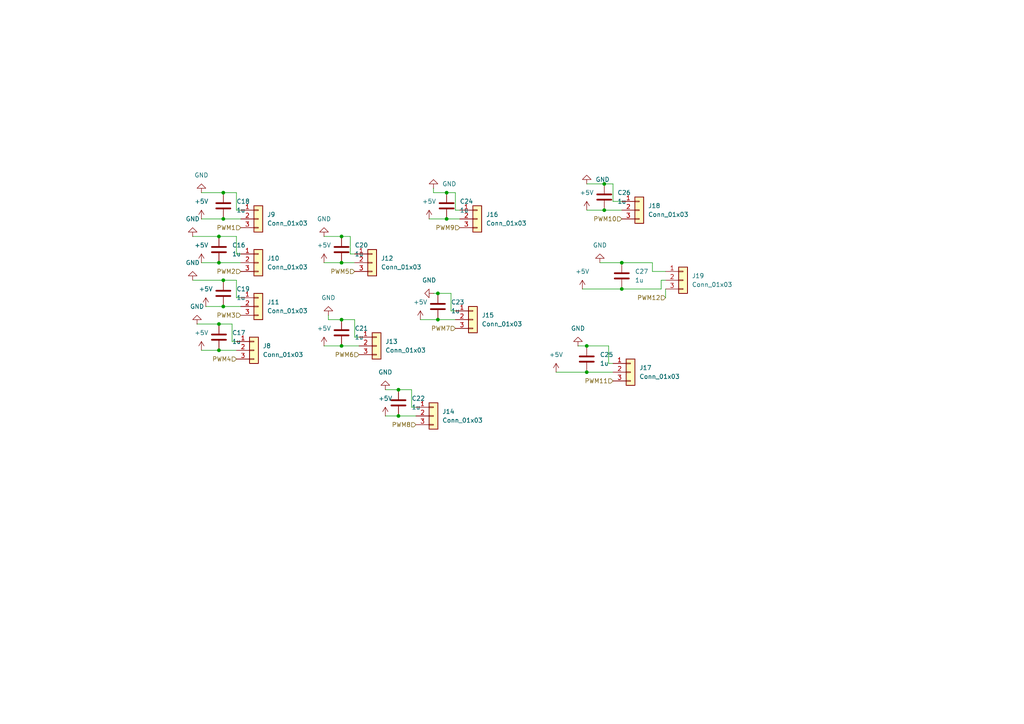
<source format=kicad_sch>
(kicad_sch (version 20250114) (generator "eeschema") (generator_version "9.0")
  (paper "A4")
  (lib_symbols
    (symbol "Connector_Generic:Conn_01x03" (pin_names (offset 1.016) (hide yes))
      (property "Reference" "J" (at 0 5.08 0))
      (property "Value" "Conn_01x03" (at 0 -5.08 0))
      (symbol "Conn_01x03_1_1"
        (rectangle (start -1.27 3.81) (end 1.27 -3.81) (stroke (width 0.254)) (fill (type background)))
        (rectangle (start -1.27 2.667) (end 0 2.413) (stroke (width 0.1524)))
        (rectangle (start -1.27 0.127) (end 0 -0.127) (stroke (width 0.1524)))
        (rectangle (start -1.27 -2.413) (end 0 -2.667) (stroke (width 0.1524)))
        (pin passive line (at -5.08 2.54 0) (length 3.81) (name "Pin_1") (number "1"))
        (pin passive line (at -5.08 0 0) (length 3.81) (name "Pin_2") (number "2"))
        (pin passive line (at -5.08 -2.54 0) (length 3.81) (name "Pin_3") (number "3"))
      )
    )
    (symbol "Device:C" (pin_numbers (hide yes)) (pin_names (offset 0.254))
      (property "Reference" "C" (at 0.635 2.54 0))
      (property "Value" "C" (at 0.635 -2.54 0))
      (symbol "C_0_1"
        (polyline (pts (xy -2.032 0.762) (xy 2.032 0.762)) (stroke (width 0.508)))
        (polyline (pts (xy -2.032 -0.762) (xy 2.032 -0.762)) (stroke (width 0.508)))
      )
      (symbol "C_1_1"
        (pin passive line (at 0 3.81 270) (length 2.794) (name "~") (number "1"))
        (pin passive line (at 0 -3.81 90) (length 2.794) (name "~") (number "2"))
      )
    )
    (symbol "power:+5V" (power) (pin_numbers (hide yes)) (pin_names (offset 0) (hide yes))
      (property "Value" "+5V" (at 0 3.556 0))
      (symbol "+5V_0_1"
        (polyline (pts (xy -0.762 1.27) (xy 0 2.54)))
        (polyline (pts (xy 0 2.54) (xy 0.762 1.27)))
        (polyline (pts (xy 0 0) (xy 0 2.54)))
      )
      (symbol "+5V_1_1"
        (pin power_in line (at 0 0 90) (length 0) (name "~") (number "1"))
      )
    )
    (symbol "power:GND" (power) (pin_numbers (hide yes)) (pin_names (offset 0) (hide yes))
      (property "Value" "GND" (at 0 -3.81 0))
      (symbol "GND_0_1"
        (polyline (pts (xy 0 0) (xy 0 -1.27) (xy 1.27 -1.27) (xy 0 -2.54) (xy -1.27 -1.27) (xy 0 -1.27)))
      )
      (symbol "GND_1_1"
        (pin power_in line (at 0 0 270) (length 0) (name "~") (number "1"))
      )
    )
  )
  (junction (at 115.57 120.65))
  (junction (at 99.06 76.2))
  (junction (at 64.77 55.88))
  (junction (at 64.77 81.28))
  (junction (at 99.06 68.58))
  (junction (at 170.18 107.95))
  (junction (at 63.5 101.6))
  (junction (at 63.5 68.58))
  (junction (at 180.34 76.2))
  (junction (at 127 85.09))
  (junction (at 99.06 100.33))
  (junction (at 63.5 76.2))
  (junction (at 63.5 93.98))
  (junction (at 129.54 63.5))
  (junction (at 64.77 63.5))
  (junction (at 129.54 55.88))
  (junction (at 64.77 88.9))
  (junction (at 175.26 60.96))
  (junction (at 175.26 53.34))
  (junction (at 99.06 92.71))
  (junction (at 170.18 100.33))
  (junction (at 127 92.71))
  (junction (at 180.34 83.82))
  (junction (at 115.57 113.03))
  (wire (pts (xy 64.77 88.9) (xy 69.85 88.9)))
  (wire (pts (xy 101.6 68.58) (xy 101.6 73.66)))
  (wire (pts (xy 63.5 101.6) (xy 68.58 101.6)))
  (wire (pts (xy 175.26 53.34) (xy 177.8 53.34)))
  (wire (pts (xy 167.64 100.33) (xy 170.18 100.33)))
  (wire (pts (xy 130.81 85.09) (xy 130.81 90.17)))
  (wire (pts (xy 68.58 73.66) (xy 69.85 73.66)))
  (wire (pts (xy 58.42 63.5) (xy 64.77 63.5)))
  (wire (pts (xy 68.58 60.96) (xy 69.85 60.96)))
  (wire (pts (xy 170.18 100.33) (xy 176.53 100.33)))
  (wire (pts (xy 99.06 100.33) (xy 104.14 100.33)))
  (wire (pts (xy 125.73 55.88) (xy 125.73 54.61)))
  (wire (pts (xy 191.77 83.82) (xy 180.34 83.82)))
  (wire (pts (xy 68.58 81.28) (xy 68.58 86.36)))
  (wire (pts (xy 55.88 81.28) (xy 64.77 81.28)))
  (wire (pts (xy 176.53 100.33) (xy 176.53 105.41)))
  (wire (pts (xy 99.06 92.71) (xy 102.87 92.71)))
  (wire (pts (xy 68.58 86.36) (xy 69.85 86.36)))
  (wire (pts (xy 175.26 60.96) (xy 180.34 60.96)))
  (wire (pts (xy 115.57 120.65) (xy 120.65 120.65)))
  (wire (pts (xy 58.42 76.2) (xy 63.5 76.2)))
  (wire (pts (xy 191.77 81.28) (xy 191.77 83.82)))
  (wire (pts (xy 189.23 78.74) (xy 193.04 78.74)))
  (wire (pts (xy 173.99 76.2) (xy 180.34 76.2)))
  (wire (pts (xy 102.87 92.71) (xy 102.87 97.79)))
  (wire (pts (xy 63.5 68.58) (xy 68.58 68.58)))
  (wire (pts (xy 93.98 68.58) (xy 99.06 68.58)))
  (wire (pts (xy 63.5 76.2) (xy 69.85 76.2)))
  (wire (pts (xy 63.5 93.98) (xy 67.31 93.98)))
  (wire (pts (xy 127 85.09) (xy 130.81 85.09)))
  (wire (pts (xy 57.15 93.98) (xy 63.5 93.98)))
  (wire (pts (xy 99.06 76.2) (xy 102.87 76.2)))
  (wire (pts (xy 177.8 58.42) (xy 180.34 58.42)))
  (wire (pts (xy 119.38 113.03) (xy 119.38 118.11)))
  (wire (pts (xy 55.88 68.58) (xy 63.5 68.58)))
  (wire (pts (xy 180.34 76.2) (xy 189.23 76.2)))
  (wire (pts (xy 93.98 76.2) (xy 99.06 76.2)))
  (wire (pts (xy 189.23 76.2) (xy 189.23 78.74)))
  (wire (pts (xy 64.77 81.28) (xy 68.58 81.28)))
  (wire (pts (xy 67.31 93.98) (xy 67.31 99.06)))
  (wire (pts (xy 161.29 107.95) (xy 170.18 107.95)))
  (wire (pts (xy 99.06 68.58) (xy 101.6 68.58)))
  (wire (pts (xy 130.81 90.17) (xy 132.08 90.17)))
  (wire (pts (xy 170.18 60.96) (xy 175.26 60.96)))
  (wire (pts (xy 95.25 92.71) (xy 99.06 92.71)))
  (wire (pts (xy 132.08 55.88) (xy 132.08 60.96)))
  (wire (pts (xy 93.98 100.33) (xy 99.06 100.33)))
  (wire (pts (xy 125.73 85.09) (xy 127 85.09)))
  (wire (pts (xy 58.42 55.88) (xy 64.77 55.88)))
  (wire (pts (xy 193.04 83.82) (xy 193.04 86.36)))
  (wire (pts (xy 127 92.71) (xy 132.08 92.71)))
  (wire (pts (xy 59.69 88.9) (xy 64.77 88.9)))
  (wire (pts (xy 168.91 83.82) (xy 180.34 83.82)))
  (wire (pts (xy 170.18 53.34) (xy 175.26 53.34)))
  (wire (pts (xy 64.77 55.88) (xy 68.58 55.88)))
  (wire (pts (xy 68.58 68.58) (xy 68.58 73.66)))
  (wire (pts (xy 111.76 120.65) (xy 115.57 120.65)))
  (wire (pts (xy 119.38 118.11) (xy 120.65 118.11)))
  (wire (pts (xy 129.54 55.88) (xy 125.73 55.88)))
  (wire (pts (xy 129.54 55.88) (xy 132.08 55.88)))
  (wire (pts (xy 129.54 63.5) (xy 133.35 63.5)))
  (wire (pts (xy 58.42 101.6) (xy 63.5 101.6)))
  (wire (pts (xy 64.77 63.5) (xy 69.85 63.5)))
  (wire (pts (xy 95.25 92.71) (xy 95.25 91.44)))
  (wire (pts (xy 121.92 92.71) (xy 127 92.71)))
  (wire (pts (xy 67.31 99.06) (xy 68.58 99.06)))
  (wire (pts (xy 101.6 73.66) (xy 102.87 73.66)))
  (wire (pts (xy 115.57 113.03) (xy 119.38 113.03)))
  (wire (pts (xy 102.87 97.79) (xy 104.14 97.79)))
  (wire (pts (xy 124.46 63.5) (xy 129.54 63.5)))
  (wire (pts (xy 68.58 55.88) (xy 68.58 60.96)))
  (wire (pts (xy 111.76 113.03) (xy 115.57 113.03)))
  (wire (pts (xy 191.77 81.28) (xy 193.04 81.28)))
  (wire (pts (xy 170.18 107.95) (xy 177.8 107.95)))
  (wire (pts (xy 132.08 60.96) (xy 133.35 60.96)))
  (wire (pts (xy 177.8 53.34) (xy 177.8 58.42)))
  (wire (pts (xy 176.53 105.41) (xy 177.8 105.41)))
  (hierarchical_label "PWM10" (shape input) (at 180.34 63.5 180))
  (hierarchical_label "PWM4" (shape input) (at 68.58 104.14 180))
  (hierarchical_label "PWM8" (shape input) (at 120.65 123.19 180))
  (hierarchical_label "PWM12" (shape input) (at 193.04 86.36 180))
  (hierarchical_label "PWM6" (shape input) (at 104.14 102.87 180))
  (hierarchical_label "PWM1" (shape input) (at 69.85 66.04 180))
  (hierarchical_label "PWM2" (shape input) (at 69.85 78.74 180))
  (hierarchical_label "PWM11" (shape input) (at 177.8 110.49 180))
  (hierarchical_label "PWM3" (shape input) (at 69.85 91.44 180))
  (hierarchical_label "PWM7" (shape input) (at 132.08 95.25 180))
  (hierarchical_label "PWM9" (shape input) (at 133.35 66.04 180))
  (hierarchical_label "PWM5" (shape input) (at 102.87 78.74 180))
  (symbol (lib_id "Connector_Generic:Conn_01x03") (at 182.88 107.95 0) (unit 1)
    (property "Reference" "J17" (at 185.42 106.6799 0) (effects (justify left)))
    (property "Value" "Conn_01x03" (at 185.42 109.2199 0) (effects (justify left)))
    (property "Footprint" "Connector_JST:JST_EH_B3B-EH-A_1x03_P2.50mm_Vertical" (effects (hide yes)))
    (property "Description" "Generic connector, single row, 01x03, script generated (kicad-library-utils/schlib/autogen/connector/)" (effects (hide yes)))
  )
  (symbol (lib_id "Device:C") (at 175.26 57.15 0) (unit 1)
    (property "Reference" "C26" (at 179.07 55.8799 0) (effects (justify left)))
    (property "Value" "1u" (at 179.07 58.4199 0) (effects (justify left)))
    (property "Footprint" "Capacitor_SMD:C_0603_1608Metric" (effects (hide yes)))
    (property "Description" "Unpolarized capacitor" (effects (hide yes)))
  )
  (symbol (lib_id "power:GND") (at 170.18 53.34 180) (unit 1)
    (property "Reference" "#PWR039" (effects (hide yes)))
    (property "Value" "GND" (at 172.72 52.0699 0) (effects (justify right)))
    (property "Description" "Power symbol creates a global label with name \"GND\" , ground" (effects (hide yes)))
  )
  (symbol (lib_id "power:GND") (at 57.15 93.98 180) (unit 1)
    (property "Reference" "#PWR020" (effects (hide yes)))
    (property "Value" "GND" (at 57.15 88.9 0))
    (property "Description" "Power symbol creates a global label with name \"GND\" , ground" (effects (hide yes)))
  )
  (symbol (lib_id "power:+5V") (at 161.29 107.95 0) (unit 1)
    (property "Reference" "#PWR036" (effects (hide yes)))
    (property "Value" "+5V" (at 161.29 102.87 0))
    (property "Description" "Power symbol creates a global label with name \"+5V\"" (effects (hide yes)))
  )
  (symbol (lib_id "Connector_Generic:Conn_01x03") (at 73.66 101.6 0) (unit 1)
    (property "Reference" "J8" (at 76.2 100.3299 0) (effects (justify left)))
    (property "Value" "Conn_01x03" (at 76.2 102.8699 0) (effects (justify left)))
    (property "Footprint" "Connector_JST:JST_EH_B3B-EH-A_1x03_P2.50mm_Vertical" (effects (hide yes)))
    (property "Description" "Generic connector, single row, 01x03, script generated (kicad-library-utils/schlib/autogen/connector/)" (effects (hide yes)))
  )
  (symbol (lib_id "power:GND") (at 111.76 113.03 180) (unit 1)
    (property "Reference" "#PWR030" (effects (hide yes)))
    (property "Value" "GND" (at 111.76 107.95 0))
    (property "Description" "Power symbol creates a global label with name \"GND\" , ground" (effects (hide yes)))
  )
  (symbol (lib_id "Connector_Generic:Conn_01x03") (at 74.93 88.9 0) (unit 1)
    (property "Reference" "J11" (at 77.47 87.6299 0) (effects (justify left)))
    (property "Value" "Conn_01x03" (at 77.47 90.1699 0) (effects (justify left)))
    (property "Footprint" "Connector_JST:JST_EH_B3B-EH-A_1x03_P2.50mm_Vertical" (effects (hide yes)))
    (property "Description" "Generic connector, single row, 01x03, script generated (kicad-library-utils/schlib/autogen/connector/)" (effects (hide yes)))
  )
  (symbol (lib_id "Connector_Generic:Conn_01x03") (at 125.73 120.65 0) (unit 1)
    (property "Reference" "J14" (at 128.27 119.3799 0) (effects (justify left)))
    (property "Value" "Conn_01x03" (at 128.27 121.9199 0) (effects (justify left)))
    (property "Footprint" "Connector_JST:JST_EH_B3B-EH-A_1x03_P2.50mm_Vertical" (effects (hide yes)))
    (property "Description" "Generic connector, single row, 01x03, script generated (kicad-library-utils/schlib/autogen/connector/)" (effects (hide yes)))
  )
  (symbol (lib_id "power:+5V") (at 124.46 63.5 0) (unit 1)
    (property "Reference" "#PWR033" (effects (hide yes)))
    (property "Value" "+5V" (at 124.46 58.42 0))
    (property "Description" "Power symbol creates a global label with name \"+5V\"" (effects (hide yes)))
  )
  (symbol (lib_id "Device:C") (at 99.06 96.52 180) (unit 1)
    (property "Reference" "C21" (at 102.87 95.2499 0) (effects (justify right)))
    (property "Value" "1u" (at 102.87 97.7899 0) (effects (justify right)))
    (property "Footprint" "Capacitor_SMD:C_0603_1608Metric" (effects (hide yes)))
    (property "Description" "Unpolarized capacitor" (effects (hide yes)))
  )
  (symbol (lib_id "power:+5V") (at 58.42 76.2 0) (unit 1)
    (property "Reference" "#PWR023" (effects (hide yes)))
    (property "Value" "+5V" (at 58.42 71.12 0))
    (property "Description" "Power symbol creates a global label with name \"+5V\"" (effects (hide yes)))
  )
  (symbol (lib_id "power:GND") (at 95.25 91.44 180) (unit 1)
    (property "Reference" "#PWR029" (effects (hide yes)))
    (property "Value" "GND" (at 95.25 86.36 0))
    (property "Description" "Power symbol creates a global label with name \"GND\" , ground" (effects (hide yes)))
  )
  (symbol (lib_id "power:GND") (at 93.98 68.58 180) (unit 1)
    (property "Reference" "#PWR026" (effects (hide yes)))
    (property "Value" "GND" (at 93.98 63.5 0))
    (property "Description" "Power symbol creates a global label with name \"GND\" , ground" (effects (hide yes)))
  )
  (symbol (lib_id "Device:C") (at 127 88.9 180) (unit 1)
    (property "Reference" "C23" (at 130.81 87.6299 0) (effects (justify right)))
    (property "Value" "1u" (at 130.81 90.1699 0) (effects (justify right)))
    (property "Footprint" "Capacitor_SMD:C_0603_1608Metric" (effects (hide yes)))
    (property "Description" "Unpolarized capacitor" (effects (hide yes)))
  )
  (symbol (lib_id "Device:C") (at 64.77 85.09 180) (unit 1)
    (property "Reference" "C19" (at 68.58 83.8199 0) (effects (justify right)))
    (property "Value" "1u" (at 68.58 86.3599 0) (effects (justify right)))
    (property "Footprint" "Capacitor_SMD:C_0603_1608Metric" (effects (hide yes)))
    (property "Description" "Unpolarized capacitor" (effects (hide yes)))
  )
  (symbol (lib_id "Device:C") (at 115.57 116.84 180) (unit 1)
    (property "Reference" "C22" (at 119.38 115.5699 0) (effects (justify right)))
    (property "Value" "1u" (at 119.38 118.1099 0) (effects (justify right)))
    (property "Footprint" "Capacitor_SMD:C_0603_1608Metric" (effects (hide yes)))
    (property "Description" "Unpolarized capacitor" (effects (hide yes)))
  )
  (symbol (lib_id "Connector_Generic:Conn_01x03") (at 109.22 100.33 0) (unit 1)
    (property "Reference" "J13" (at 111.76 99.0599 0) (effects (justify left)))
    (property "Value" "Conn_01x03" (at 111.76 101.5999 0) (effects (justify left)))
    (property "Footprint" "Connector_JST:JST_EH_B3B-EH-A_1x03_P2.50mm_Vertical" (effects (hide yes)))
    (property "Description" "Generic connector, single row, 01x03, script generated (kicad-library-utils/schlib/autogen/connector/)" (effects (hide yes)))
  )
  (symbol (lib_id "Device:C") (at 180.34 80.01 180) (unit 1)
    (property "Reference" "C27" (at 184.15 78.7399 0) (effects (justify right)))
    (property "Value" "1u" (at 184.15 81.2799 0) (effects (justify right)))
    (property "Footprint" "Capacitor_SMD:C_0603_1608Metric" (effects (hide yes)))
    (property "Description" "Unpolarized capacitor" (effects (hide yes)))
  )
  (symbol (lib_id "power:GND") (at 125.73 85.09 270) (unit 1)
    (property "Reference" "#PWR035" (effects (hide yes)))
    (property "Value" "GND" (at 124.46 81.28 90))
    (property "Description" "Power symbol creates a global label with name \"GND\" , ground" (effects (hide yes)))
  )
  (symbol (lib_id "Connector_Generic:Conn_01x03") (at 138.43 63.5 0) (unit 1)
    (property "Reference" "J16" (at 140.97 62.2299 0) (effects (justify left)))
    (property "Value" "Conn_01x03" (at 140.97 64.7699 0) (effects (justify left)))
    (property "Footprint" "Connector_JST:JST_EH_B3B-EH-A_1x03_P2.50mm_Vertical" (effects (hide yes)))
    (property "Description" "Generic connector, single row, 01x03, script generated (kicad-library-utils/schlib/autogen/connector/)" (effects (hide yes)))
  )
  (symbol (lib_id "Device:C") (at 170.18 104.14 0) (unit 1)
    (property "Reference" "C25" (at 173.99 102.8699 0) (effects (justify left)))
    (property "Value" "1u" (at 173.99 105.4099 0) (effects (justify left)))
    (property "Footprint" "Capacitor_SMD:C_0603_1608Metric" (effects (hide yes)))
    (property "Description" "Unpolarized capacitor" (effects (hide yes)))
  )
  (symbol (lib_id "Connector_Generic:Conn_01x03") (at 137.16 92.71 0) (unit 1)
    (property "Reference" "J15" (at 139.7 91.4399 0) (effects (justify left)))
    (property "Value" "Conn_01x03" (at 139.7 93.9799 0) (effects (justify left)))
    (property "Footprint" "Connector_JST:JST_EH_B3B-EH-A_1x03_P2.50mm_Vertical" (effects (hide yes)))
    (property "Description" "Generic connector, single row, 01x03, script generated (kicad-library-utils/schlib/autogen/connector/)" (effects (hide yes)))
  )
  (symbol (lib_id "power:GND") (at 173.99 76.2 180) (unit 1)
    (property "Reference" "#PWR041" (effects (hide yes)))
    (property "Value" "GND" (at 173.99 71.12 0))
    (property "Description" "Power symbol creates a global label with name \"GND\" , ground" (effects (hide yes)))
  )
  (symbol (lib_id "power:GND") (at 55.88 81.28 180) (unit 1)
    (property "Reference" "#PWR019" (effects (hide yes)))
    (property "Value" "GND" (at 55.88 76.2 0))
    (property "Description" "Power symbol creates a global label with name \"GND\" , ground" (effects (hide yes)))
  )
  (symbol (lib_id "Device:C") (at 99.06 72.39 180) (unit 1)
    (property "Reference" "C20" (at 102.87 71.1199 0) (effects (justify right)))
    (property "Value" "1u" (at 102.87 73.6599 0) (effects (justify right)))
    (property "Footprint" "Capacitor_SMD:C_0603_1608Metric" (effects (hide yes)))
    (property "Description" "Unpolarized capacitor" (effects (hide yes)))
  )
  (symbol (lib_id "Device:C") (at 63.5 97.79 180) (unit 1)
    (property "Reference" "C17" (at 67.31 96.5199 0) (effects (justify right)))
    (property "Value" "1u" (at 67.31 99.0599 0) (effects (justify right)))
    (property "Footprint" "Capacitor_SMD:C_0603_1608Metric" (effects (hide yes)))
    (property "Description" "Unpolarized capacitor" (effects (hide yes)))
  )
  (symbol (lib_id "power:+5V") (at 121.92 92.71 0) (unit 1)
    (property "Reference" "#PWR032" (effects (hide yes)))
    (property "Value" "+5V" (at 121.92 87.63 0))
    (property "Description" "Power symbol creates a global label with name \"+5V\"" (effects (hide yes)))
  )
  (symbol (lib_id "power:+5V") (at 93.98 76.2 0) (unit 1)
    (property "Reference" "#PWR027" (effects (hide yes)))
    (property "Value" "+5V" (at 93.98 71.12 0))
    (property "Description" "Power symbol creates a global label with name \"+5V\"" (effects (hide yes)))
  )
  (symbol (lib_id "power:GND") (at 125.73 54.61 180) (unit 1)
    (property "Reference" "#PWR034" (effects (hide yes)))
    (property "Value" "GND" (at 128.27 53.3399 0) (effects (justify right)))
    (property "Description" "Power symbol creates a global label with name \"GND\" , ground" (effects (hide yes)))
  )
  (symbol (lib_id "Connector_Generic:Conn_01x03") (at 107.95 76.2 0) (unit 1)
    (property "Reference" "J12" (at 110.49 74.9299 0) (effects (justify left)))
    (property "Value" "Conn_01x03" (at 110.49 77.4699 0) (effects (justify left)))
    (property "Footprint" "Connector_JST:JST_EH_B3B-EH-A_1x03_P2.50mm_Vertical" (effects (hide yes)))
    (property "Description" "Generic connector, single row, 01x03, script generated (kicad-library-utils/schlib/autogen/connector/)" (effects (hide yes)))
  )
  (symbol (lib_id "Connector_Generic:Conn_01x03") (at 198.12 81.28 0) (unit 1)
    (property "Reference" "J19" (at 200.66 80.0099 0) (effects (justify left)))
    (property "Value" "Conn_01x03" (at 200.66 82.5499 0) (effects (justify left)))
    (property "Footprint" "Connector_JST:JST_EH_B3B-EH-A_1x03_P2.50mm_Vertical" (effects (hide yes)))
    (property "Description" "Generic connector, single row, 01x03, script generated (kicad-library-utils/schlib/autogen/connector/)" (effects (hide yes)))
  )
  (symbol (lib_id "Device:C") (at 129.54 59.69 180) (unit 1)
    (property "Reference" "C24" (at 133.35 58.4199 0) (effects (justify right)))
    (property "Value" "1u" (at 133.35 60.9599 0) (effects (justify right)))
    (property "Footprint" "Capacitor_SMD:C_0603_1608Metric" (effects (hide yes)))
    (property "Description" "Unpolarized capacitor" (effects (hide yes)))
  )
  (symbol (lib_id "Connector_Generic:Conn_01x03") (at 185.42 60.96 0) (unit 1)
    (property "Reference" "J18" (at 187.96 59.6899 0) (effects (justify left)))
    (property "Value" "Conn_01x03" (at 187.96 62.2299 0) (effects (justify left)))
    (property "Footprint" "Connector_JST:JST_EH_B3B-EH-A_1x03_P2.50mm_Vertical" (effects (hide yes)))
    (property "Description" "Generic connector, single row, 01x03, script generated (kicad-library-utils/schlib/autogen/connector/)" (effects (hide yes)))
  )
  (symbol (lib_id "power:GND") (at 55.88 68.58 180) (unit 1)
    (property "Reference" "#PWR018" (effects (hide yes)))
    (property "Value" "GND" (at 55.88 63.5 0))
    (property "Description" "Power symbol creates a global label with name \"GND\" , ground" (effects (hide yes)))
  )
  (symbol (lib_id "power:GND") (at 167.64 100.33 180) (unit 1)
    (property "Reference" "#PWR037" (effects (hide yes)))
    (property "Value" "GND" (at 167.64 95.25 0))
    (property "Description" "Power symbol creates a global label with name \"GND\" , ground" (effects (hide yes)))
  )
  (symbol (lib_id "Connector_Generic:Conn_01x03") (at 74.93 63.5 0) (unit 1)
    (property "Reference" "J9" (at 77.47 62.2299 0) (effects (justify left)))
    (property "Value" "Conn_01x03" (at 77.47 64.7699 0) (effects (justify left)))
    (property "Footprint" "Connector_JST:JST_EH_B3B-EH-A_1x03_P2.50mm_Vertical" (effects (hide yes)))
    (property "Description" "Generic connector, single row, 01x03, script generated (kicad-library-utils/schlib/autogen/connector/)" (effects (hide yes)))
  )
  (symbol (lib_id "power:+5V") (at 58.42 101.6 0) (unit 1)
    (property "Reference" "#PWR024" (effects (hide yes)))
    (property "Value" "+5V" (at 58.42 96.52 0))
    (property "Description" "Power symbol creates a global label with name \"+5V\"" (effects (hide yes)))
  )
  (symbol (lib_id "power:+5V") (at 168.91 83.82 0) (unit 1)
    (property "Reference" "#PWR038" (effects (hide yes)))
    (property "Value" "+5V" (at 168.91 78.74 0))
    (property "Description" "Power symbol creates a global label with name \"+5V\"" (effects (hide yes)))
  )
  (symbol (lib_id "power:+5V") (at 93.98 100.33 0) (unit 1)
    (property "Reference" "#PWR028" (effects (hide yes)))
    (property "Value" "+5V" (at 93.98 95.25 0))
    (property "Description" "Power symbol creates a global label with name \"+5V\"" (effects (hide yes)))
  )
  (symbol (lib_id "power:+5V") (at 59.69 88.9 0) (unit 1)
    (property "Reference" "#PWR025" (effects (hide yes)))
    (property "Value" "+5V" (at 59.69 83.82 0))
    (property "Description" "Power symbol creates a global label with name \"+5V\"" (effects (hide yes)))
  )
  (symbol (lib_id "power:GND") (at 58.42 55.88 180) (unit 1)
    (property "Reference" "#PWR021" (effects (hide yes)))
    (property "Value" "GND" (at 58.42 50.8 0))
    (property "Description" "Power symbol creates a global label with name \"GND\" , ground" (effects (hide yes)))
  )
  (symbol (lib_id "power:+5V") (at 111.76 120.65 0) (unit 1)
    (property "Reference" "#PWR031" (effects (hide yes)))
    (property "Value" "+5V" (at 111.76 115.57 0))
    (property "Description" "Power symbol creates a global label with name \"+5V\"" (effects (hide yes)))
  )
  (symbol (lib_id "power:+5V") (at 58.42 63.5 0) (unit 1)
    (property "Reference" "#PWR022" (effects (hide yes)))
    (property "Value" "+5V" (at 58.42 58.42 0))
    (property "Description" "Power symbol creates a global label with name \"+5V\"" (effects (hide yes)))
  )
  (symbol (lib_id "power:+5V") (at 170.18 60.96 0) (unit 1)
    (property "Reference" "#PWR040" (effects (hide yes)))
    (property "Value" "+5V" (at 170.18 55.88 0))
    (property "Description" "Power symbol creates a global label with name \"+5V\"" (effects (hide yes)))
  )
  (symbol (lib_id "Device:C") (at 64.77 59.69 180) (unit 1)
    (property "Reference" "C18" (at 68.58 58.4199 0) (effects (justify right)))
    (property "Value" "1u" (at 68.58 60.9599 0) (effects (justify right)))
    (property "Footprint" "Capacitor_SMD:C_0603_1608Metric" (effects (hide yes)))
    (property "Description" "Unpolarized capacitor" (effects (hide yes)))
  )
  (symbol (lib_id "Connector_Generic:Conn_01x03") (at 74.93 76.2 0) (unit 1)
    (property "Reference" "J10" (at 77.47 74.9299 0) (effects (justify left)))
    (property "Value" "Conn_01x03" (at 77.47 77.4699 0) (effects (justify left)))
    (property "Footprint" "Connector_JST:JST_EH_B3B-EH-A_1x03_P2.50mm_Vertical" (effects (hide yes)))
    (property "Description" "Generic connector, single row, 01x03, script generated (kicad-library-utils/schlib/autogen/connector/)" (effects (hide yes)))
  )
  (symbol (lib_id "Device:C") (at 63.5 72.39 180) (unit 1)
    (property "Reference" "C16" (at 67.31 71.1199 0) (effects (justify right)))
    (property "Value" "1u" (at 67.31 73.6599 0) (effects (justify right)))
    (property "Footprint" "Capacitor_SMD:C_0603_1608Metric" (effects (hide yes)))
    (property "Description" "Unpolarized capacitor" (effects (hide yes)))
  )
)
</source>
